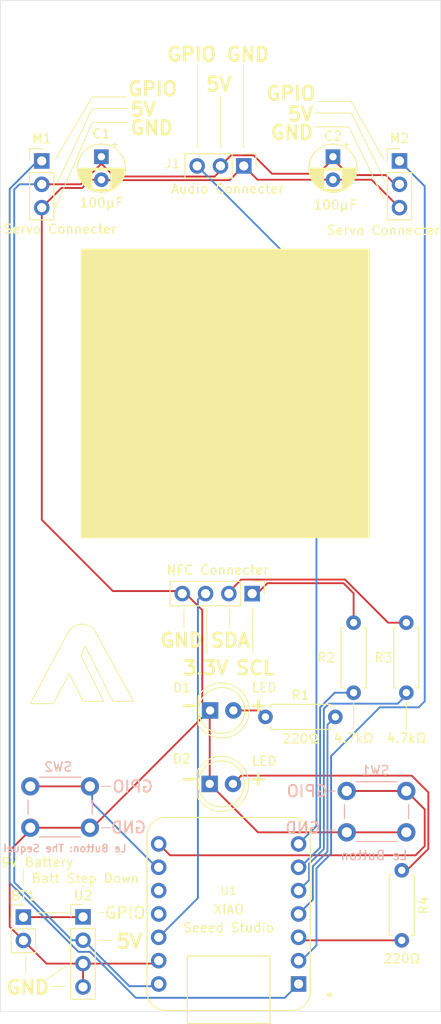
<source format=kicad_pcb>
(kicad_pcb (version 20240108) (generator "pcbnew") (generator_version "8.0")
  (layers (0 "F.Cu" signal) (31 "B.Cu" signal) (34 "B.Paste" user) (35 "F.Paste" user) (36 "B.SilkS" user "B.Silkscreen") (37 "F.SilkS" user "F.Silkscreen") (38 "B.Mask" user) (39 "F.Mask" user) (44 "Edge.Cuts" user))
  (net 0 "")
  (net 1 "Net-(BT1-+)")
  (net 2 "GND")
  (net 3 "+5V")
  (net 4 "Net-(D1-A)")
  (net 5 "Net-(M1-PWM)")
  (net 6 "Net-(M2-PWM)")
  (net 7 "+3.3V")
  (net 8 "Net-(NFC_Connect1-SDA)")
  (net 9 "Net-(NFC_Connect1-SCL)")
  (net 10 "Net-(U1-GPIO21{slash}D3)")
  (net 11 "Net-(U1-GPIO23{slash}D5{slash}SCL)")
  (net 12 "Net-(U1-GPIO22{slash}D4{slash}SDA)")
  (net 13 "Net-(U1-GPIO17{slash}D7{slash}RX)")
  (net 14 "Net-(U1-GPIO19{slash}D8{slash}SCK)")
  (net 15 "Net-(J1-Pin_3)")
  (net 17 "Net-(D2-A)")
  (net 19 "Net-(U1-GPIO2{slash}A2{slash}D2)")
  (footprint "Connector_PinHeader_2.54mm:PinHeader_1x02_P2.54mm_Vertical" (layer "F.Cu") (at 152.5 149.725)
    (property "Reference" "BT1" (at 0 -2.33 0) (layer "F.SilkS"))
    (property "Value" "9V Battery" (at 1.5 -5.975 0) (layer "F.SilkS"))
    (pad "1" thru_hole rect (at 0 0) (size 1.7 1.7) (drill 1) (layers "*.Cu" "*.Mask") (net 1 "Net-(BT1-+)"))
    (pad "2" thru_hole oval (at 0 2.54) (size 1.7 1.7) (drill 1) (layers "*.Cu" "*.Mask") (net 2 "GND"))
  )
  (footprint "Connector_PinHeader_2.54mm:PinHeader_1x03_P2.54mm_Vertical" (layer "F.Cu") (at 154.5 67.46)
    (property "Reference" "M1" (at 0 -2.46 0) (layer "F.SilkS"))
    (property "Value" "Servo Connecter" (at 2 7.41 0) (layer "F.SilkS"))
    (pad "1" thru_hole rect (at 0 0) (size 1.7 1.7) (drill 1) (layers "*.Cu" "*.Mask") (net 5 "Net-(M1-PWM)"))
    (pad "2" thru_hole oval (at 0 2.54) (size 1.7 1.7) (drill 1) (layers "*.Cu" "*.Mask") (net 3 "+5V"))
    (pad "3" thru_hole oval (at 0 5.08) (size 1.7 1.7) (drill 1) (layers "*.Cu" "*.Mask") (net 2 "GND"))
  )
  (footprint "Connector_PinHeader_2.54mm:PinHeader_1x03_P2.54mm_Vertical" (layer "F.Cu") (at 176.525 68 -90)
    (property "Reference" "J1" (at -0.25 7.775 180) (layer "F.SilkS"))
    (property "Value" "Audio Connecter" (at 2.5 1.775 180) (layer "F.SilkS"))
    (pad "1" thru_hole rect (at 0 0 270) (size 1.7 1.7) (drill 1) (layers "*.Cu" "*.Mask") (net 2 "GND"))
    (pad "2" thru_hole oval (at 0 2.54 270) (size 1.7 1.7) (drill 1) (layers "*.Cu" "*.Mask") (net 3 "+5V"))
    (pad "3" thru_hole oval (at 0 5.08 270) (size 1.7 1.7) (drill 1) (layers "*.Cu" "*.Mask") (net 15 "Net-(J1-Pin_3)"))
  )
  (footprint "LED_THT:LED_D5.0mm" (layer "F.Cu") (at 172.855 127.24)
    (property "Reference" "D1" (at -3.065 -2.49 0) (layer "F.SilkS"))
    (property "Value" "LED" (at 5.895 -2.49 0) (layer "F.SilkS"))
    (pad "1" thru_hole rect (at 0 0) (size 1.8 1.8) (drill 0.9) (layers "*.Cu" "*.Mask") (net 2 "GND"))
    (pad "2" thru_hole circle (at 2.54 0) (size 1.8 1.8) (drill 0.9) (layers "*.Cu" "*.Mask") (net 4 "Net-(D1-A)"))
  )
  (footprint "Resistor_THT:R_Axial_DIN0207_L6.3mm_D2.5mm_P7.62mm_Horizontal" (layer "F.Cu") (at 194.25 125.31 90)
    (property "Reference" "R3" (at 3.81 -2.5 180) (layer "F.SilkS"))
    (property "Value" "4.7kΩ" (at -4.94 0 180) (layer "F.SilkS"))
    (pad "1" thru_hole circle (at 0 0 90) (size 1.6 1.6) (drill 0.8) (layers "*.Cu" "*.Mask") (net 12 "Net-(U1-GPIO22{slash}D4{slash}SDA)"))
    (pad "2" thru_hole oval (at 7.62 0 90) (size 1.6 1.6) (drill 0.8) (layers "*.Cu" "*.Mask") (net 8 "Net-(NFC_Connect1-SDA)"))
  )
  (footprint "Resistor_THT:R_Axial_DIN0207_L6.3mm_D2.5mm_P7.62mm_Horizontal" (layer "F.Cu") (at 178.89 127.94)
    (property "Reference" "R1" (at 3.81 -2.37 360) (layer "F.SilkS"))
    (property "Value" "220Ω" (at 3.81 2.37 0) (layer "F.SilkS"))
    (pad "1" thru_hole circle (at 0 0) (size 1.6 1.6) (drill 0.8) (layers "*.Cu" "*.Mask") (net 4 "Net-(D1-A)"))
    (pad "2" thru_hole oval (at 7.62 0) (size 1.6 1.6) (drill 0.8) (layers "*.Cu" "*.Mask") (net 10 "Net-(U1-GPIO21{slash}D3)"))
  )
  (footprint "LED_THT:LED_D5.0mm" (layer "F.Cu") (at 172.81 135.23)
    (property "Reference" "D2" (at -3.06 -2.73 0) (layer "F.SilkS"))
    (property "Value" "LED" (at 5.94 -2.48 0) (layer "F.SilkS"))
    (pad "1" thru_hole rect (at 0 0) (size 1.8 1.8) (drill 0.9) (layers "*.Cu" "*.Mask") (net 2 "GND"))
    (pad "2" thru_hole circle (at 2.54 0) (size 1.8 1.8) (drill 0.9) (layers "*.Cu" "*.Mask") (net 17 "Net-(D2-A)"))
  )
  (footprint "Connector_PinHeader_2.54mm:PinHeader_1x04_P2.54mm_Vertical" (layer "F.Cu") (at 159 149.7)
    (property "Reference" "U2" (at 0 -2.33 0) (layer "F.SilkS"))
    (property "Value" "Batt Step Down" (at 0.25 -4.2 0) (layer "F.SilkS"))
    (pad "1" thru_hole rect (at 0 0) (size 1.7 1.7) (drill 1) (layers "*.Cu" "*.Mask") (net 1 "Net-(BT1-+)"))
    (pad "2" thru_hole oval (at 0 2.54) (size 1.7 1.7) (drill 1) (layers "*.Cu" "*.Mask") (net 3 "+5V"))
    (pad "3" thru_hole oval (at 0 5.08) (size 1.7 1.7) (drill 1) (layers "*.Cu" "*.Mask") (net 2 "GND"))
    (pad "4" thru_hole oval (at 0 7.62) (size 1.7 1.7) (drill 1) (layers "*.Cu" "*.Mask") (net 2 "GND"))
  )
  (footprint "Capacitor_THT:CP_Radial_D5.0mm_P2.50mm" (layer "F.Cu") (at 186.25 67 -90)
    (property "Reference" "C2" (at -2.25 0 180) (layer "F.SilkS"))
    (property "Value" "100 µF" (at 5.25 -0.25 180) (layer "F.SilkS"))
    (pad "1" thru_hole rect (at 0 0 270) (size 1.6 1.6) (drill 0.8) (layers "*.Cu" "*.Mask") (net 3 "+5V"))
    (pad "2" thru_hole circle (at 2.5 0 270) (size 1.6 1.6) (drill 0.8) (layers "*.Cu" "*.Mask") (net 2 "GND"))
  )
  (footprint "Connector_PinHeader_2.54mm:PinHeader_1x03_P2.54mm_Vertical" (layer "F.Cu") (at 193.5 67.46)
    (property "Reference" "M2" (at 0 -2.46 0) (layer "F.SilkS"))
    (property "Value" "Servo Connecter" (at -1.75 7.54 0) (layer "F.SilkS"))
    (pad "1" thru_hole rect (at 0 0) (size 1.7 1.7) (drill 1) (layers "*.Cu" "*.Mask") (net 6 "Net-(M2-PWM)"))
    (pad "2" thru_hole oval (at 0 2.54) (size 1.7 1.7) (drill 1) (layers "*.Cu" "*.Mask") (net 3 "+5V"))
    (pad "3" thru_hole oval (at 0 5.08) (size 1.7 1.7) (drill 1) (layers "*.Cu" "*.Mask") (net 2 "GND"))
  )
  (footprint "Library:XIAO-Generic-Thruhole-14P-2.54-21X17.8MM" (layer "F.Cu") (at 174.875 149.38 180)
    (property "Reference" "U1" (at 0 2.54 0) (layer "F.SilkS") (effects (font (size 0.889 0.889) (thickness 0.1016))))
    (property "Value" "XIAO-ESP32-C6" (hide yes))
    (fp_text user "Seeed Studio" (at 0 -1.5 0) (layer "F.SilkS"))
    (fp_text user "XIAO" (at 0 0.499999 0) (layer "F.SilkS"))
    (pad "1" thru_hole rect (at -7.625 -7.62) (size 1.7 1.7) (drill 1) (layers "*.Cu" "*.Mask") (net 5 "Net-(M1-PWM)"))
    (pad "2" thru_hole circle (at -7.625 -5.08) (size 1.7 1.7) (drill 1) (layers "*.Cu" "*.Mask") (net 6 "Net-(M2-PWM)"))
    (pad "3" thru_hole circle (at -7.625 -2.54) (size 1.7 1.7) (drill 1) (layers "*.Cu" "*.Mask") (net 19 "Net-(U1-GPIO2{slash}A2{slash}D2)"))
    (pad "4" thru_hole circle (at -7.625 0) (size 1.7 1.7) (drill 1) (layers "*.Cu" "*.Mask") (net 10 "Net-(U1-GPIO21{slash}D3)"))
    (pad "5" thru_hole circle (at -7.625 2.54) (size 1.7 1.7) (drill 1) (layers "*.Cu" "*.Mask") (net 12 "Net-(U1-GPIO22{slash}D4{slash}SDA)"))
    (pad "6" thru_hole circle (at -7.625 5.08 180) (size 1.7 1.7) (drill 1) (layers "*.Cu" "*.Mask") (net 11 "Net-(U1-GPIO23{slash}D5{slash}SCL)"))
    (pad "7" thru_hole circle (at -7.625 7.62) (size 1.7 1.7) (drill 1) (layers "*.Cu" "*.Mask") (net 15 "Net-(J1-Pin_3)"))
    (pad "8" thru_hole circle (at 7.625 7.62) (size 1.7 1.7) (drill 1) (layers "*.Cu" "*.Mask") (net 13 "Net-(U1-GPIO17{slash}D7{slash}RX)"))
    (pad "9" thru_hole circle (at 7.625 5.08) (size 1.7 1.7) (drill 1) (layers "*.Cu" "*.Mask") (net 14 "Net-(U1-GPIO19{slash}D8{slash}SCK)"))
    (pad "10" thru_hole circle (at 7.625 2.54) (size 1.7 1.7) (drill 1) (layers "*.Cu" "*.Mask"))
    (pad "11" thru_hole circle (at 7.625 0) (size 1.7 1.7) (drill 1) (layers "*.Cu" "*.Mask"))
    (pad "12" thru_hole circle (at 7.625 -2.54) (size 1.7 1.7) (drill 1) (layers "*.Cu" "*.Mask") (net 7 "+3.3V"))
    (pad "13" thru_hole circle (at 7.625 -5.08) (size 1.7 1.7) (drill 1) (layers "*.Cu" "*.Mask") (net 2 "GND"))
    (pad "14" thru_hole circle (at 7.625 -7.62) (size 1.7 1.7) (drill 1) (layers "*.Cu" "*.Mask") (net 3 "+5V"))
  )
  (footprint "Connector_PinHeader_2.54mm:PinHeader_1x04_P2.54mm_Vertical" (layer "F.Cu") (at 177.44 114.53 -90)
    (property "Reference" "NFC Connecter" (at -2.57 3.76 180) (layer "F.SilkS"))
    (property "Value" "~")
    (pad "1" thru_hole rect (at 0 0 270) (size 1.7 1.7) (drill 1) (layers "*.Cu" "*.Mask") (net 9 "Net-(NFC_Connect1-SCL)"))
    (pad "2" thru_hole oval (at 0 2.54 270) (size 1.7 1.7) (drill 1) (layers "*.Cu" "*.Mask") (net 8 "Net-(NFC_Connect1-SDA)"))
    (pad "3" thru_hole oval (at 0 5.08 270) (size 1.7 1.7) (drill 1) (layers "*.Cu" "*.Mask") (net 7 "+3.3V"))
    (pad "4" thru_hole oval (at 0 7.62 270) (size 1.7 1.7) (drill 1) (layers "*.Cu" "*.Mask") (net 2 "GND"))
  )
  (footprint "Capacitor_THT:CP_Radial_D5.0mm_P2.50mm" (layer "F.Cu") (at 161 67 -90)
    (property "Reference" "C1" (at -2.5 0 180) (layer "F.SilkS"))
    (property "Value" "100 µF" (at 5 0 180) (layer "F.SilkS"))
    (pad "1" thru_hole rect (at 0 0 270) (size 1.6 1.6) (drill 0.8) (layers "*.Cu" "*.Mask") (net 3 "+5V"))
    (pad "2" thru_hole circle (at 2.5 0 270) (size 1.6 1.6) (drill 0.8) (layers "*.Cu" "*.Mask") (net 2 "GND"))
  )
  (footprint "Resistor_THT:R_Axial_DIN0207_L6.3mm_D2.5mm_P7.62mm_Horizontal" (layer "F.Cu") (at 193.75 144.63 -90)
    (property "Reference" "R4" (at 3.81 -2.37 90) (layer "F.SilkS"))
    (property "Value" "220Ω" (at 9.62 0 180) (layer "F.SilkS"))
    (pad "1" thru_hole circle (at 0 0 270) (size 1.6 1.6) (drill 0.8) (layers "*.Cu" "*.Mask") (net 17 "Net-(D2-A)"))
    (pad "2" thru_hole oval (at 7.62 0 270) (size 1.6 1.6) (drill 0.8) (layers "*.Cu" "*.Mask") (net 19 "Net-(U1-GPIO2{slash}A2{slash}D2)"))
  )
  (footprint "Resistor_THT:R_Axial_DIN0207_L6.3mm_D2.5mm_P7.62mm_Horizontal" (layer "F.Cu") (at 188.5 125.31 90)
    (property "Reference" "R2" (at 3.81 -3 180) (layer "F.SilkS"))
    (property "Value" "4.7kΩ" (at -4.94 0 180) (layer "F.SilkS"))
    (pad "1" thru_hole circle (at 0 0 90) (size 1.6 1.6) (drill 0.8) (layers "*.Cu" "*.Mask") (net 11 "Net-(U1-GPIO23{slash}D5{slash}SCL)"))
    (pad "2" thru_hole oval (at 7.62 0 90) (size 1.6 1.6) (drill 0.8) (layers "*.Cu" "*.Mask") (net 9 "Net-(NFC_Connect1-SCL)"))
  )
  (footprint "Button_Switch_THT:SW_PUSH_6mm" (layer "B.Cu") (at 159.75 135.5 180)
    (property "Reference" "SW2" (at 3.46 2.12 0) (layer "B.SilkS") (effects (justify mirror)))
    (property "Value" "Le Button" (at -30.97 -7.51 0) (layer "B.SilkS") (effects (justify mirror)))
    (pad "1" thru_hole circle (at 0 0 90) (size 2 2) (drill 1.1) (layers "*.Cu" "*.Mask") (net 14 "Net-(U1-GPIO19{slash}D8{slash}SCK)"))
    (pad "1" thru_hole circle (at 6.5 0 90) (size 2 2) (drill 1.1) (layers "*.Cu" "*.Mask") (net 14 "Net-(U1-GPIO19{slash}D8{slash}SCK)"))
    (pad "2" thru_hole circle (at 0 -4.5 90) (size 2 2) (drill 1.1) (layers "*.Cu" "*.Mask") (net 2 "GND"))
    (pad "2" thru_hole circle (at 6.5 -4.5 90) (size 2 2) (drill 1.1) (layers "*.Cu" "*.Mask") (net 2 "GND"))
  )
  (footprint "Button_Switch_THT:SW_PUSH_6mm" (layer "B.Cu") (at 194.25 136 180)
    (property "Reference" "SW1" (at 3.37 2.23 0) (layer "B.SilkS") (effects (justify mirror)))
    (property "Value" "Le Button: The Sequel" (at 37.25 -6.25 0) (layer "B.SilkS") (effects (font (size 0.8 0.8)) (justify mirror)))
    (pad "1" thru_hole circle (at 0 0 90) (size 2 2) (drill 1.1) (layers "*.Cu" "*.Mask") (net 13 "Net-(U1-GPIO17{slash}D7{slash}RX)"))
    (pad "1" thru_hole circle (at 6.5 0 90) (size 2 2) (drill 1.1) (layers "*.Cu" "*.Mask") (net 13 "Net-(U1-GPIO17{slash}D7{slash}RX)"))
    (pad "2" thru_hole circle (at 0 -4.5 90) (size 2 2) (drill 1.1) (layers "*.Cu" "*.Mask") (net 2 "GND"))
    (pad "2" thru_hole circle (at 6.5 -4.5 90) (size 2 2) (drill 1.1) (layers "*.Cu" "*.Mask") (net 2 "GND"))
  )
  (gr_line (start 162 135.5) (end 161 135.5) (stroke (width 0.1)) (layer "B.SilkS"))
  (gr_line (start 185.75 136) (end 186.5 136) (stroke (width 0.1)) (layer "B.SilkS"))
  (gr_line (start 162 140) (end 161 140) (stroke (width 0.1)) (layer "B.SilkS"))
  (gr_line (start 185.25 140.25) (end 186.5 140.25) (stroke (width 0.1)) (layer "B.SilkS"))
  (gr_line (start 188.5 126.36) (end 188.5 129.25) (stroke (width 0.1)) (layer "F.SilkS"))
  (gr_line (start 160.25 63.25) (end 160 63.25) (stroke (width 0.1)) (layer "F.SilkS"))
  (gr_line (start 164 61.75) (end 160 61.75) (stroke (width 0.1)) (layer "F.SilkS"))
  (gr_line (start 160 63.25) (end 156 72.5) (stroke (width 0.1)) (layer "F.SilkS"))
  (gr_line (start 161.25 149.25) (end 160.75 149.25) (stroke (width 0.1)) (layer "F.SilkS"))
  (gr_line (start 184.5 61) (end 188.25 61) (stroke (width 0.1)) (layer "F.SilkS"))
  (gr_line (start 159 146.25) (end 159 146.5) (stroke (width 0.1)) (layer "F.SilkS"))
  (gr_line (start 163.75 60.5) (end 160 60.5) (stroke (width 0.1)) (layer "F.SilkS"))
  (gr_arc (start 157.500001 118.5) (mid 158.87343 117.860267) (end 160.258219 118.475021) (stroke (width 0.1)) (layer "F.SilkS"))
  (gr_line (start 158.75 121.25) (end 159.25 120.25) (stroke (width 0.1)) (layer "F.SilkS"))
  (gr_line (start 177.5 116.25) (end 177.5 121) (stroke (width 0.1)) (layer "F.SilkS"))
  (gr_line (start 160 61.75) (end 156.25 69.75) (stroke (width 0.1)) (layer "F.SilkS"))
  (gr_line (start 152.75 155.75) (end 152.75 154) (stroke (width 0.1)) (layer "F.SilkS"))
  (gr_line (start 176.5 66) (end 176.5 57) (stroke (width 0.1)) (layer "F.SilkS"))
  (gr_line (start 152.5 144.5) (end 152.5 146.25) (stroke (width 0.1)) (layer "F.SilkS"))
  (gr_line (start 164 63.25) (end 160.25 63.25) (stroke (width 0.1)) (layer "F.SilkS"))
  (gr_line (start 188.25 62.25) (end 191.95 69.75) (stroke (width 0.1)) (layer "F.SilkS"))
  (gr_line (start 188 63.75) (end 191.75 71.5) (stroke (width 0.1)) (layer "F.SilkS"))
  (gr_line (start 159 126.25) (end 161.25 126.25) (stroke (width 0.1)) (layer "F.SilkS"))
  (gr_line (start 184.25 63.75) (end 188 63.75) (stroke (width 0.1)) (layer "F.SilkS"))
  (gr_line (start 162.25 126.25) (end 164.5 126.25) (stroke (width 0.1)) (layer "F.SilkS"))
  (gr_line (start 188.25 61) (end 191.75 67.25) (stroke (width 0.1)) (layer "F.SilkS"))
  (gr_line (start 157.5 123.25) (end 159 126.25) (stroke (width 0.1)) (layer "F.SilkS"))
  (gr_poly (pts (xy 158.75 77) (xy 158.75 108.5) (xy 190.25 108.5) (xy 190.25 77)) (fill solid) (layer "F.SilkS"))
  (gr_line (start 155.75 126.5) (end 157.5 123.25) (stroke (width 0.1)) (layer "F.SilkS"))
  (gr_line (start 157.25 149.25) (end 154 149.25) (stroke (width 0.1)) (layer "F.SilkS"))
  (gr_line (start 161.25 126.25) (end 158.75 121.25) (stroke (width 0.1)) (layer "F.SilkS"))
  (gr_line (start 153.25 126.5) (end 155.75 126.5) (stroke (width 0.1)) (layer "F.SilkS"))
  (gr_line (start 160 60.5) (end 156 67.25) (stroke (width 0.1)) (layer "F.SilkS"))
  (gr_line (start 170 116.25) (end 170 118.25) (stroke (width 0.1)) (layer "F.SilkS"))
  (gr_line (start 164.5 126.25) (end 160.25 118.5) (stroke (width 0.1)) (layer "F.SilkS"))
  (gr_line (start 159.25 120.25) (end 162.25 126.25) (stroke (width 0.1)) (layer "F.SilkS"))
  (gr_line (start 194.25 126.36) (end 194.25 129.25) (stroke (width 0.1)) (layer "F.SilkS"))
  (gr_line (start 160.75 152.25) (end 162.25 152.25) (stroke (width 0.1)) (layer "F.SilkS"))
  (gr_line (start 155 156.5) (end 157.25 155) (stroke (width 0.1)) (layer "F.SilkS"))
  (gr_line (start 174 60.5) (end 174 66) (stroke (width 0.1)) (layer "F.SilkS"))
  (gr_line (start 155.5 157.25) (end 157 157.25) (stroke (width 0.1)) (layer "F.SilkS"))
  (gr_line (start 171.5 66) (end 171.5 57) (stroke (width 0.1)) (layer "F.SilkS"))
  (gr_line (start 184.25 62.25) (end 188.25 62.25) (stroke (width 0.1)) (layer "F.SilkS"))
  (gr_line (start 175 116.25) (end 175 118.25) (stroke (width 0.1)) (layer "F.SilkS"))
  (gr_line (start 153.25 126.5) (end 157.5 118.5) (stroke (width 0.1)) (layer "F.SilkS"))
  (gr_line (start 172.5 116.25) (end 172.5 121) (stroke (width 0.1)) (layer "F.SilkS"))
  (gr_rect (start 150 50) (end 198 160) (stroke (width 0.05)) (fill none) (layer "Edge.Cuts"))
  (gr_text "GND" (at 165.994399 140.711361 0) (layer "B.SilkS") (effects (font (size 1.25 1.25) (thickness 0.2)) (justify left bottom mirror)))
  (gr_text "GND" (at 185 140.75 0) (layer "B.SilkS") (effects (font (size 1.25 1.25) (thickness 0.2)) (justify left bottom mirror)))
  (gr_text "GPIO" (at 166.75 136.25 0) (layer "B.SilkS") (effects (font (size 1.25 1.25) (thickness 0.2)) (justify left bottom mirror)))
  (gr_text "GPIO" (at 185.75 136.75 0) (layer "B.SilkS") (effects (font (size 1.25 1.25) (thickness 0.2)) (justify left bottom mirror)))
  (gr_text "GPIO" (at 161.25 150 0) (layer "F.SilkS") (effects (font (size 1.25 1.25) (thickness 0.2)) (justify left bottom)))
  (gr_text "GND" (at 164 64.75 0) (layer "F.SilkS") (effects (font (size 1.5 1.5) (thickness 0.3) (bold yes)) (justify left bottom)))
  (gr_text "SCL" (at 175.5 123.5 0) (layer "F.SilkS") (effects (font (size 1.5 1.5) (thickness 0.3) (bold yes)) (justify left bottom)))
  (gr_text "GPIO" (at 168 56.75 0) (layer "F.SilkS") (effects (font (size 1.5 1.5) (thickness 0.3) (bold yes)) (justify left bottom)))
  (gr_text "5V" (at 172.25 60 0) (layer "F.SilkS") (effects (font (size 1.5 1.5) (thickness 0.3) (bold yes)) (justify left bottom)))
  (gr_text "SDA" (at 172.75 120.5 0) (layer "F.SilkS") (effects (font (size 1.5 1.5) (thickness 0.3) (bold yes)) (justify left bottom)))
  (gr_text "5V" (at 162.5 153.25 0) (layer "F.SilkS") (effects (font (size 1.5 1.5) (thickness 0.3) (bold yes)) (justify left bottom)))
  (gr_text "GPIO" (at 184.5 61 0) (layer "F.SilkS") (effects (font (size 1.5 1.5) (thickness 0.3) (bold yes)) (justify right bottom)))
  (gr_text "3.3V" (at 169.75 123.5 0) (layer "F.SilkS") (effects (font (size 1.5 1.5) (thickness 0.3) (bold yes)) (justify left bottom)))
  (gr_text "GND" (at 174.5 56.75 0) (layer "F.SilkS") (effects (font (size 1.5 1.5) (thickness 0.3) (bold yes)) (justify left bottom)))
  (gr_text "GND" (at 150.5 158.25 0) (layer "F.SilkS") (effects (font (size 1.5 1.5) (thickness 0.3) (bold yes)) (justify left bottom)))
  (gr_text "+" (at 177 127.5 0) (layer "F.SilkS") (effects (font (size 1.5 1.5) (thickness 0.3) (bold yes)) (justify left bottom)))
  (gr_text "-" (at 169.5 127.5 0) (layer "F.SilkS") (effects (font (size 1.5 1.5) (thickness 0.3) (bold yes)) (justify left bottom)))
  (gr_text "+" (at 176.98 135.5 0) (layer "F.SilkS") (effects (font (size 1.5 1.5) (thickness 0.3) (bold yes)) (justify left bottom)))
  (gr_text "GPIO" (at 163.75 60.5 0) (layer "F.SilkS") (effects (font (size 1.5 1.5) (thickness 0.3) (bold yes)) (justify left bottom)))
  (gr_text "5V" (at 164 62.75 0) (layer "F.SilkS") (effects (font (size 1.5 1.5) (thickness 0.3) (bold yes)) (justify left bottom)))
  (gr_text "GND" (at 184.25 65.25 0) (layer "F.SilkS") (effects (font (size 1.5 1.5) (thickness 0.3) (bold yes)) (justify right bottom)))
  (gr_text "5V" (at 184.25 63.25 0) (layer "F.SilkS") (effects (font (size 1.5 1.5) (thickness 0.3) (bold yes)) (justify right bottom)))
  (gr_text "GND" (at 167.25 120.5 0) (layer "F.SilkS") (effects (font (size 1.5 1.5) (thickness 0.3) (bold yes)) (justify left bottom)))
  (gr_text "-" (at 169.5 135.5 0) (layer "F.SilkS") (effects (font (size 1.5 1.5) (thickness 0.3) (bold yes)) (justify left bottom)))
  (segment (start 158.975 149.725) (end 159 149.7) (width 0.2) (layer "F.Cu") (net 1))
  (segment (start 152.5 149.725) (end 158.975 149.725) (width 0.2) (layer "F.Cu") (net 1))
  (segment (start 161.05 69.55) (end 174.975 69.55) (width 0.2) (layer "F.Cu") (net 2))
  (segment (start 156.64 70.4) (end 158.915686 70.4) (width 0.2) (layer "F.Cu") (net 2))
  (segment (start 151 150.765) (end 152.5 152.265) (width 0.2) (layer "F.Cu") (net 2))
  (segment (start 159 154.78) (end 159 157.32) (width 0.2) (layer "F.Cu") (net 2))
  (segment (start 172.81 127.285) (end 172.855 127.24) (width 0.2) (layer "F.Cu") (net 2))
  (segment (start 172.76 127.24) (end 160 140) (width 0.2) (layer "F.Cu") (net 2))
  (segment (start 176.525 68) (end 178.025 69.5) (width 0.2) (layer "F.Cu") (net 2))
  (segment (start 178.08 140.5) (end 172.81 135.23) (width 0.2) (layer "F.Cu") (net 2))
  (segment (start 194.5 140.5) (end 178.08 140.5) (width 0.2) (layer "F.Cu") (net 2))
  (segment (start 162.25 114.25) (end 154.5 106.5) (width 0.2) (layer "F.Cu") (net 2))
  (segment (start 153.5 140) (end 151 142.5) (width 0.2) (layer "F.Cu") (net 2))
  (segment (start 172 126.385) (end 172 116.33) (width 0.2) (layer "F.Cu") (net 2))
  (segment (start 190.46 69.5) (end 186.5 69.5) (width 0.2) (layer "F.Cu") (net 2))
  (segment (start 186 69.5) (end 186.25 69.25) (width 0.2) (layer "F.Cu") (net 2))
  (segment (start 151 142.5) (end 151 150.765) (width 0.2) (layer "F.Cu") (net 2))
  (segment (start 154.5 72.54) (end 156.64 70.4) (width 0.2) (layer "F.Cu") (net 2))
  (segment (start 160 140) (end 153.5 140) (width 0.2) (layer "F.Cu") (net 2))
  (segment (start 154.5 106.5) (end 154.5 72.54) (width 0.2) (layer "F.Cu") (net 2))
  (segment (start 178.025 69.5) (end 186 69.5) (width 0.2) (layer "F.Cu") (net 2))
  (segment (start 159 154.78) (end 167.17 154.78) (width 0.2) (layer "F.Cu") (net 2))
  (segment (start 174.975 69.55) (end 176.525 68) (width 0.2) (layer "F.Cu") (net 2))
  (segment (start 161 69.5) (end 161.05 69.55) (width 0.2) (layer "F.Cu") (net 2))
  (segment (start 155.015 154.78) (end 152.5 152.265) (width 0.2) (layer "F.Cu") (net 2))
  (segment (start 172.855 127.24) (end 172.76 127.24) (width 0.2) (layer "F.Cu") (net 2))
  (segment (start 172.81 135.23) (end 172.81 127.285) (width 0.2) (layer "F.Cu") (net 2))
  (segment (start 159 154.78) (end 155.015 154.78) (width 0.2) (layer "F.Cu") (net 2))
  (segment (start 159.815686 69.5) (end 161 69.5) (width 0.2) (layer "F.Cu") (net 2))
  (segment (start 158.915686 70.4) (end 159.815686 69.5) (width 0.2) (layer "F.Cu") (net 2))
  (segment (start 193.5 72.54) (end 190.46 69.5) (width 0.2) (layer "F.Cu") (net 2))
  (segment (start 172.855 127.24) (end 172 126.385) (width 0.2) (layer "F.Cu") (net 2))
  (segment (start 169.92 114.25) (end 162.25 114.25) (width 0.2) (layer "F.Cu") (net 2))
  (segment (start 172 116.33) (end 169.92 114.25) (width 0.2) (layer "F.Cu") (net 2))
  (segment (start 167.17 154.78) (end 167.25 154.7) (width 0.2) (layer "F.Cu") (net 2))
  (segment (start 186.5 69.5) (end 186.25 69.25) (width 0.2) (layer "F.Cu") (net 2))
  (segment (start 158.75 70) (end 154.5 70) (width 0.2) (layer "F.Cu") (net 3))
  (segment (start 161 67) (end 161 67.75) (width 0.2) (layer "F.Cu") (net 3))
  (segment (start 173.985 68.515) (end 173.35 69.15) (width 0.2) (layer "F.Cu") (net 3))
  (segment (start 186.5 67) (end 186.5 67.5) (width 0.2) (layer "F.Cu") (net 3))
  (segment (start 184.65 68.85) (end 186.5 67) (width 0.2) (layer "F.Cu") (net 3))
  (segment (start 177.6 66.85) (end 179.6 68.85) (width 0.2) (layer "F.Cu") (net 3))
  (segment (start 179.6 68.85) (end 184.65 68.85) (width 0.2) (layer "F.Cu") (net 3))
  (segment (start 188 69) (end 192 69) (width 0.2) (layer "F.Cu") (net 3))
  (segment (start 192 69) (end 193.5 70.5) (width 0.2) (layer "F.Cu") (net 3))
  (segment (start 175.135 66.85) (end 177.6 66.85) (width 0.2) (layer "F.Cu") (net 3))
  (segment (start 186.5 67.5) (end 188 69) (width 0.2) (layer "F.Cu") (net 3))
  (segment (start 162.4 69.15) (end 161 67.75) (width 0.2) (layer "F.Cu") (net 3))
  (segment (start 173.985 68) (end 175.135 66.85) (width 0.2) (layer "F.Cu") (net 3))
  (segment (start 193.5 70.5) (end 193.5 70) (width 0.2) (layer "F.Cu") (net 3))
  (segment (start 161 67.75) (end 158.75 70) (width 0.2) (layer "F.Cu") (net 3))
  (segment (start 173.985 68) (end 173.985 68.515) (width 0.2) (layer "F.Cu") (net 3))
  (segment (start 173.35 69.15) (end 162.4 69.15) (width 0.2) (layer "F.Cu") (net 3))
  (segment (start 159.055685 152.24) (end 160.15 153.334315) (width 0.2) (layer "B.Cu") (net 3))
  (segment (start 164.055686 157.24) (end 167.25 157.24) (width 0.2) (layer "B.Cu") (net 3))
  (segment (start 159 152.24) (end 157.805686 152.24) (width 0.2) (layer "B.Cu") (net 3))
  (segment (start 151.5 70.565686) (end 152.065686 70) (width 0.2) (layer "B.Cu") (net 3))
  (segment (start 152.065686 70) (end 154.5 70) (width 0.2) (layer "B.Cu") (net 3))
  (segment (start 162.15 155.334314) (end 164.055686 157.24) (width 0.2) (layer "B.Cu") (net 3))
  (segment (start 160.15 153.334315) (end 162.15 155.334314) (width 0.2) (layer "B.Cu") (net 3))
  (segment (start 151.5 145.934314) (end 151.5 70.565686) (width 0.2) (layer "B.Cu") (net 3))
  (segment (start 157.805686 152.24) (end 151.5 145.934314) (width 0.2) (layer "B.Cu") (net 3))
  (segment (start 159 152.24) (end 159.055685 152.24) (width 0.2) (layer "B.Cu") (net 3))
  (segment (start 178.19 127.24) (end 178.89 127.94) (width 0.2) (layer "F.Cu") (net 4))
  (segment (start 175.395 127.24) (end 178.19 127.24) (width 0.2) (layer "F.Cu") (net 4))
  (segment (start 154.5 67.46) (end 154.04 67.46) (width 0.2) (layer "B.Cu") (net 5))
  (segment (start 151 146) (end 158.5 153.5) (width 0.2) (layer "B.Cu") (net 5))
  (segment (start 158.5 153.5) (end 159.75 153.5) (width 0.2) (layer "B.Cu") (net 5))
  (segment (start 164.75 158.5) (end 181 158.5) (width 0.2) (layer "B.Cu") (net 5))
  (segment (start 159.75 153.5) (end 164.75 158.5) (width 0.2) (layer "B.Cu") (net 5))
  (segment (start 151 70.5) (end 151 146) (width 0.2) (layer "B.Cu") (net 5))
  (segment (start 154.04 67.46) (end 151 70.5) (width 0.2) (layer "B.Cu") (net 5))
  (segment (start 181 158.5) (end 182.5 157) (width 0.2) (layer "B.Cu") (net 5))
  (segment (start 186.05 132.2) (end 191.35 126.9) (width 0.2) (layer "B.Cu") (net 6))
  (segment (start 195.6 126.9) (end 196.25 126.25) (width 0.2) (layer "B.Cu") (net 6))
  (segment (start 184.45 144.41) (end 186.05 142.81) (width 0.2) (layer "B.Cu") (net 6))
  (segment (start 182.79 154.46) (end 184.45 152.8) (width 0.2) (layer "B.Cu") (net 6))
  (segment (start 182.5 154.46) (end 182.79 154.46) (width 0.2) (layer "B.Cu") (net 6))
  (segment (start 196.25 126.25) (end 196.25 70.21) (width 0.2) (layer "B.Cu") (net 6))
  (segment (start 184.45 152.8) (end 184.45 144.41) (width 0.2) (layer "B.Cu") (net 6))
  (segment (start 191.35 126.9) (end 195.6 126.9) (width 0.2) (layer "B.Cu") (net 6))
  (segment (start 196.25 70.21) (end 193.5 67.46) (width 0.2) (layer "B.Cu") (net 6))
  (segment (start 186.05 142.81) (end 186.05 132.2) (width 0.2) (layer "B.Cu") (net 6))
  (segment (start 172.46 114.25) (end 171.525 115.185) (width 0.2) (layer "B.Cu") (net 7))
  (segment (start 171.525 147.645) (end 167.25 151.92) (width 0.2) (layer "B.Cu") (net 7))
  (segment (start 171.525 115.185) (end 171.525 147.645) (width 0.2) (layer "B.Cu") (net 7))
  (segment (start 176.25 113) (end 187.565686 113) (width 0.2) (layer "F.Cu") (net 8))
  (segment (start 192.255686 117.69) (end 194.5 117.69) (width 0.2) (layer "F.Cu") (net 8))
  (segment (start 187.565686 113) (end 192.255686 117.69) (width 0.2) (layer "F.Cu") (net 8))
  (segment (start 175 114.25) (end 176.25 113) (width 0.2) (layer "F.Cu") (net 8))
  (segment (start 187.4 113.4) (end 188.5 114.5) (width 0.2) (layer "F.Cu") (net 9))
  (segment (start 178.25 114.25) (end 179.1 113.4) (width 0.2) (layer "F.Cu") (net 9))
  (segment (start 188.5 114.5) (end 188.5 117.69) (width 0.2) (layer "F.Cu") (net 9))
  (segment (start 179.1 113.4) (end 187.4 113.4) (width 0.2) (layer "F.Cu") (net 9))
  (segment (start 177.54 114.25) (end 178.25 114.25) (width 0.2) (layer "F.Cu") (net 9))
  (segment (start 185.65 142.6) (end 184.05 144.2) (width 0.2) (layer "B.Cu") (net 10))
  (segment (start 186.51 127.94) (end 185.65 128.8) (width 0.2) (layer "B.Cu") (net 10))
  (segment (start 184.05 144.2) (end 184.05 147.83) (width 0.2) (layer "B.Cu") (net 10))
  (segment (start 184.05 147.83) (end 182.5 149.38) (width 0.2) (layer "B.Cu") (net 10))
  (segment (start 185.65 128.8) (end 185.65 142.6) (width 0.2) (layer "B.Cu") (net 10))
  (segment (start 184.85 142.15) (end 184.85 126.9) (width 0.2) (layer "B.Cu") (net 11))
  (segment (start 184.85 126.9) (end 186.44 125.31) (width 0.2) (layer "B.Cu") (net 11))
  (segment (start 186.44 125.31) (end 188.5 125.31) (width 0.2) (layer "B.Cu") (net 11))
  (segment (start 182.5 144.3) (end 182.7 144.3) (width 0.2) (layer "B.Cu") (net 11))
  (segment (start 182.7 144.3) (end 184.85 142.15) (width 0.2) (layer "B.Cu") (net 11))
  (segment (start 185.815686 126.5) (end 193.31 126.5) (width 0.2) (layer "B.Cu") (net 12))
  (segment (start 182.5 146.84) (end 183.65 145.69) (width 0.2) (layer "B.Cu") (net 12))
  (segment (start 185.25 127.065686) (end 185.815686 126.5) (width 0.2) (layer "B.Cu") (net 12))
  (segment (start 193.31 126.5) (end 194.5 125.31) (width 0.2) (layer "B.Cu") (net 12))
  (segment (start 183.65 143.915686) (end 185.25 142.315686) (width 0.2) (layer "B.Cu") (net 12))
  (segment (start 183.65 145.69) (end 183.65 143.915686) (width 0.2) (layer "B.Cu") (net 12))
  (segment (start 185.25 142.315686) (end 185.25 127.065686) (width 0.2) (layer "B.Cu") (net 12))
  (segment (start 168.49 143) (end 167.25 141.76) (width 0.2) (layer "F.Cu") (net 13))
  (segment (start 195.25 143) (end 168.49 143) (width 0.2) (layer "F.Cu") (net 13))
  (segment (start 194.25 136) (end 196.25 138) (width 0.2) (layer "F.Cu") (net 13))
  (segment (start 196.25 138) (end 196.25 142) (width 0.2) (layer "F.Cu") (net 13))
  (segment (start 196.25 142) (end 195.25 143) (width 0.2) (layer "F.Cu") (net 13))
  (segment (start 188 136) (end 194.5 136) (width 0.2) (layer "F.Cu") (net 13))
  (segment (start 153.5 135.5) (end 160 135.5) (width 0.2) (layer "F.Cu") (net 14))
  (segment (start 160 135.5) (end 160 137.29) (width 0.2) (layer "B.Cu") (net 14))
  (segment (start 160 137.29) (end 167.25 144.54) (width 0.2) (layer "B.Cu") (net 14))
  (segment (start 184.45 139.81) (end 182.5 141.76) (width 0.2) (layer "B.Cu") (net 15))
  (segment (start 171.445 68) (end 184.45 81.005) (width 0.2) (layer "B.Cu") (net 15))
  (segment (start 184.45 81.005) (end 184.45 139.81) (width 0.2) (layer "B.Cu") (net 15))
  (segment (start 193.75 145.19) (end 196.65 142.29) (width 0.2) (layer "F.Cu") (net 17))
  (segment (start 196.65 136.15) (end 194.83 134.33) (width 0.2) (layer "F.Cu") (net 17))
  (segment (start 196.65 142.29) (end 196.65 136.15) (width 0.2) (layer "F.Cu") (net 17))
  (segment (start 194.83 134.33) (end 176.25 134.33) (width 0.2) (layer "F.Cu") (net 17))
  (segment (start 176.25 134.33) (end 175.35 135.23) (width 0.2) (layer "F.Cu") (net 17))
  (segment (start 193.75 152.25) (end 182.83 152.25) (width 0.2) (layer "F.Cu") (net 19))
  (segment (start 182.83 152.25) (end 182.5 151.92) (width 0.2) (layer "F.Cu") (net 19))
)
</source>
